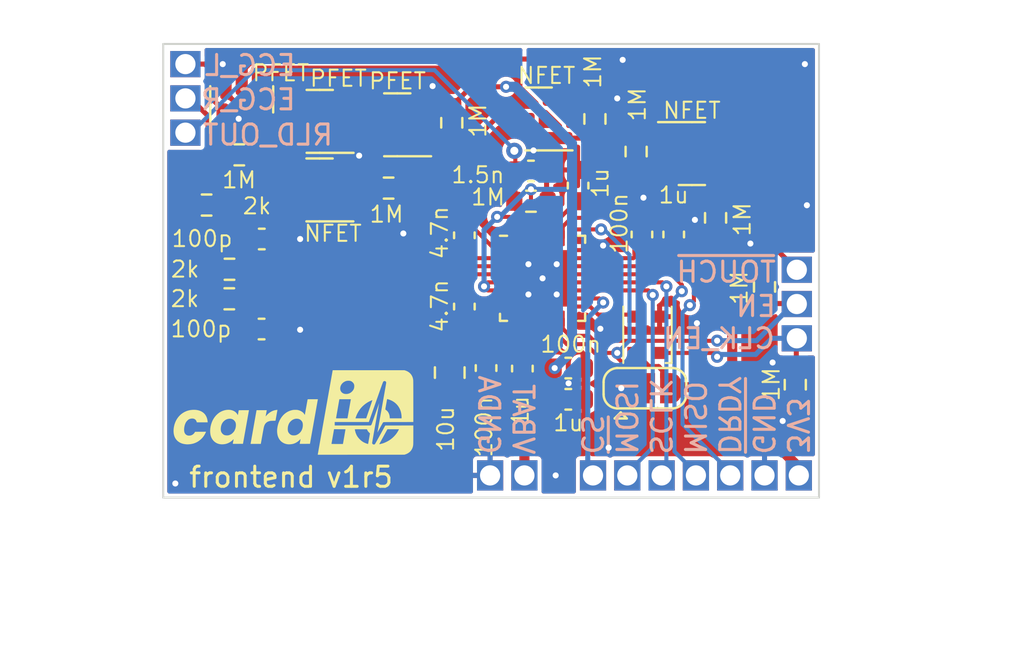
<source format=kicad_pcb>
(kicad_pcb (version 20221018) (generator pcbnew)
  (layers (0 "F.Cu" signal) (31 "B.Cu" signal) (34 "B.Paste" user) (35 "F.Paste" user) (36 "B.SilkS" user "B.Silkscreen") (37 "F.SilkS" user "F.Silkscreen") (38 "B.Mask" user) (39 "F.Mask" user) (44 "Edge.Cuts" user))
  (net 0 "")
  (net 1 "+BATT")
  (net 2 "GNDA")
  (net 3 "+3.3V")
  (net 4 "GND")
  (net 5 "Net-(U1-PGA2N)")
  (net 6 "Net-(U1-PGA2P)")
  (net 7 "Net-(U1-PGA1N)")
  (net 8 "Net-(U1-PGA1P)")
  (net 9 "Net-(U1-VCAP1)")
  (net 10 "Net-(U1-VCAP2)")
  (net 11 "Net-(U1-VREFP)")
  (net 12 "Net-(U1-IN1N)")
  (net 13 "Net-(U1-IN1P)")
  (net 14 "/VGND")
  (net 15 "Net-(U1-RLDINV)")
  (net 16 "Net-(Q5-G)")
  (net 17 "Net-(ECG_R1-Pad1)")
  (net 18 "Net-(JP1-C)")
  (net 19 "Net-(U1-DOUT)")
  (net 20 "Net-(U1-DIN)")
  (net 21 "/TOUCH_OFF")
  (net 22 "/TOFF")
  (net 23 "Net-(Q2-G)")
  (net 24 "Net-(Q2-D)")
  (net 25 "Net-(Q4-D)")
  (net 26 "Net-(Q5-D)")
  (net 27 "Net-(Q6-D)")
  (net 28 "Net-(U1-SCLK)")
  (net 29 "Net-(U1-~{PDN}{slash}~{RESET})")
  (net 30 "Net-(U1-CLK)")
  (net 31 "Net-(U1-~{CS})")
  (net 32 "Net-(U1-~{DRDY})")
  (net 33 "Net-(U2-INH)")
  (footprint "frontend_parts:PAD" (layer "F.Cu") (at 136.9 81.9 -90)
    (fp_text reference "MISO1" hide)
    (fp_text value "~")
    (pad "1" thru_hole rect (at 0 0 270) (size 1.5 1.3) (drill 1) (layers "*.Cu" "*.Mask") (net 19 "Net-(U1-DOUT)"))
  )
  (footprint "Resistor_SMD:R_0603_1608Metric" (layer "F.Cu") (at 113.775 73.14)
    (fp_text reference "R2" hide)
    (fp_text value "2k" (at -2.2 0) (layer "F.SilkS") (effects (font (size 0.8 0.8) (thickness 0.1))))
    (pad "1" smd roundrect (at -0.825 0) (size 0.8 0.95) (layers "F.Cu" "F.Paste" "F.Mask") (net 17 "Net-(ECG_R1-Pad1)"))
    (pad "2" smd roundrect (at 0.825 0) (size 0.8 0.95) (layers "F.Cu" "F.Paste" "F.Mask") (net 13 "Net-(U1-IN1P)"))
  )
  (footprint "frontend_parts:PAD" (layer "F.Cu") (at 140.3 81.9 90)
    (fp_text reference "DGND1" hide)
    (fp_text value "~")
    (pad "1" thru_hole rect (at 0 0 90) (size 1.5 1.3) (drill 1) (layers "*.Cu" "*.Mask") (net 4 "GND"))
  )
  (footprint "Resistor_SMD:R_0603_1608Metric" (layer "F.Cu") (at 133.9375 65.8375 90)
    (fp_text reference "R13" hide)
    (fp_text value "1M" (at 2.3375 0.0625 90) (layer "F.SilkS") (effects (font (size 0.8 0.8) (thickness 0.1))))
    (pad "1" smd roundrect (at -0.825 0 90) (size 0.8 0.95) (layers "F.Cu" "F.Paste" "F.Mask") (net 4 "GND"))
    (pad "2" smd roundrect (at 0.825 0 90) (size 0.8 0.95) (layers "F.Cu" "F.Paste" "F.Mask") (net 26 "Net-(Q5-D)"))
  )
  (footprint "Capacitor_SMD:C_0603_1608Metric" (layer "F.Cu") (at 135.8 69.95 90)
    (fp_text reference "C4" hide)
    (fp_text value "1u" (at 1.95 0 180) (layer "F.SilkS") (effects (font (size 0.8 0.8) (thickness 0.1))))
    (pad "1" smd roundrect (at -0.775 0 90) (size 0.9 0.95) (layers "F.Cu" "F.Paste" "F.Mask") (net 3 "+3.3V"))
    (pad "2" smd roundrect (at 0.775 0 90) (size 0.9 0.95) (layers "F.Cu" "F.Paste" "F.Mask") (net 4 "GND"))
  )
  (footprint "frontend_parts:PAD" (layer "F.Cu") (at 111.6 63.2)
    (fp_text reference "ECG_R1" hide)
    (fp_text value "~")
    (pad "1" thru_hole rect (at 0 0) (size 1.5 1.3) (drill 1) (layers "*.Cu" "*.Mask") (net 17 "Net-(ECG_R1-Pad1)"))
  )
  (footprint "Capacitor_SMD:C_0603_1608Metric" (layer "F.Cu") (at 131.06 67.525 90)
    (fp_text reference "C8" hide)
    (fp_text value "1u" (at 0.125 1.1 90) (layer "F.SilkS") (effects (font (size 0.8 0.8) (thickness 0.1))))
    (pad "1" smd roundrect (at -0.775 0 90) (size 0.9 0.95) (layers "F.Cu" "F.Paste" "F.Mask") (net 10 "Net-(U1-VCAP2)"))
    (pad "2" smd roundrect (at 0.775 0 90) (size 0.9 0.95) (layers "F.Cu" "F.Paste" "F.Mask") (net 2 "GNDA"))
  )
  (footprint "Capacitor_SMD:C_0603_1608Metric" (layer "F.Cu") (at 126.5 76.575 -90)
    (fp_text reference "C10" hide)
    (fp_text value "100n" (at 2.925 0.1 90) (layer "F.SilkS") (effects (font (size 0.8 0.8) (thickness 0.1))))
    (pad "1" smd roundrect (at -0.775 0 270) (size 0.9 0.95) (layers "F.Cu" "F.Paste" "F.Mask") (net 11 "Net-(U1-VREFP)"))
    (pad "2" smd roundrect (at 0.775 0 270) (size 0.9 0.95) (layers "F.Cu" "F.Paste" "F.Mask") (net 2 "GNDA"))
  )
  (footprint "Resistor_SMD:R_0603_1608Metric" (layer "F.Cu") (at 124.8 64.41 90)
    (fp_text reference "R10" hide)
    (fp_text value "1M" (at 0.1 1.3 90) (layer "F.SilkS") (effects (font (size 0.8 0.8) (thickness 0.1))))
    (pad "1" smd roundrect (at -0.825 0 90) (size 0.8 0.95) (layers "F.Cu" "F.Paste" "F.Mask") (net 22 "/TOFF"))
    (pad "2" smd roundrect (at 0.825 0 90) (size 0.8 0.95) (layers "F.Cu" "F.Paste" "F.Mask") (net 1 "+BATT"))
  )
  (footprint "frontend_parts:ADS1291-2" (layer "F.Cu") (at 129.3 72.125)
    (fp_text reference "U1" hide)
    (fp_text value "ADS1291/2")
    (pad "1" smd roundrect (at -2 -1.4) (size 0.8 0.2) (layers "F.Cu" "F.Paste" "F.Mask") (net 7 "Net-(U1-PGA1N)"))
    (pad "2" smd roundrect (at -2 -1) (size 0.8 0.2) (layers "F.Cu" "F.Paste" "F.Mask") (net 8 "Net-(U1-PGA1P)"))
    (pad "3" smd roundrect (at -2 -0.6) (size 0.8 0.2) (layers "F.Cu" "F.Paste" "F.Mask") (net 12 "Net-(U1-IN1N)"))
    (pad "4" smd roundrect (at -2 -0.2) (size 0.8 0.2) (layers "F.Cu" "F.Paste" "F.Mask") (net 13 "Net-(U1-IN1P)"))
    (pad "5" smd roundrect (at -2 0.2) (size 0.8 0.2) (layers "F.Cu" "F.Paste" "F.Mask") (net 1 "+BATT"))
    (pad "6" smd roundrect (at -2 0.6) (size 0.8 0.2) (layers "F.Cu" "F.Paste" "F.Mask") (net 1 "+BATT"))
    (pad "7" smd roundrect (at -2 1) (size 0.8 0.2) (layers "F.Cu" "F.Paste" "F.Mask") (net 5 "Net-(U1-PGA2N)"))
    (pad "8" smd roundrect (at -2 1.4) (size 0.8 0.2) (layers "F.Cu" "F.Paste" "F.Mask") (net 6 "Net-(U1-PGA2P)"))
    (pad "9" smd roundrect (at -1.4 2) (size 0.2 0.8) (layers "F.Cu" "F.Paste" "F.Mask") (net 11 "Net-(U1-VREFP)"))
    (pad "10" smd roundrect (at -1 2) (size 0.2 0.8) (layers "F.Cu" "F.Paste" "F.Mask") (net 2 "GNDA"))
    (pad "11" smd roundrect (at -0.6 2) (size 0.2 0.8) (layers "F.Cu" "F.Paste" "F.Mask") (net 9 "Net-(U1-VCAP1)"))
    (pad "12" smd roundrect (at -0.2 2) (size 0.2 0.8) (layers "F.Cu" "F.Paste" "F.Mask") (net 1 "+BATT"))
    (pad "13" smd roundrect (at 0.2 2) (size 0.2 0.8) (layers "F.Cu" "F.Paste" "F.Mask") (net 2 "GNDA"))
    (pad "14" smd roundrect (at 0.6 2) (size 0.2 0.8) (layers "F.Cu" "F.Paste" "F.Mask") (net 18 "Net-(JP1-C)"))
    (pad "15" smd roundrect (at 1 2) (size 0.2 0.8) (layers "F.Cu" "F.Paste" "F.Mask") (net 29 "Net-(U1-~{PDN}{slash}~{RESET})"))
    (pad "16" smd roundrect (at 1.4 2) (size 0.2 0.8) (layers "F.Cu" "F.Paste" "F.Mask") (net 4 "GND"))
    (pad "17" smd roundrect (at 2 1.4) (size 0.8 0.2) (layers "F.Cu" "F.Paste" "F.Mask") (net 30 "Net-(U1-CLK)"))
    (pad "18" smd roundrect (at 2 1) (size 0.8 0.2) (layers "F.Cu" "F.Paste" "F.Mask") (net 31 "Net-(U1-~{CS})"))
    (pad "19" smd roundrect (at 2 0.6) (size 0.8 0.2) (layers "F.Cu" "F.Paste" "F.Mask") (net 20 "Net-(U1-DIN)"))
    (pad "20" smd roundrect (at 2 0.2) (size 0.8 0.2) (layers "F.Cu" "F.Paste" "F.Mask") (net 28 "Net-(U1-SCLK)"))
    (pad "21" smd roundrect (at 2 -0.2) (size 0.8 0.2) (layers "F.Cu" "F.Paste" "F.Mask") (net 19 "Net-(U1-DOUT)"))
    (pad "22" smd roundrect (at 2 -0.6) (size 0.8 0.2) (layers "F.Cu" "F.Paste" "F.Mask") (net 32 "Net-(U1-~{DRDY})"))
    (pad "23" smd roundrect (at 2 -1) (size 0.8 0.2) (layers "F.Cu" "F.Paste" "F.Mask") (net 3 "+3.3V"))
    (pad "24" smd roundrect (at 2 -1.4) (size 0.8 0.2) (layers "F.Cu" "F.Paste" "F.Mask") (net 4 "GND"))
    (pad "25" smd roundrect (at 1.4 -2) (size 0.2 0.8) (layers "F.Cu" "F.Paste" "F.Mask") (net 18 "Net-(JP1-C)"))
    (pad "26" smd roundrect (at 1 -2) (size 0.2 0.8) (layers "F.Cu" "F.Paste" "F.Mask") (net 21 "/TOUCH_OFF"))
    (pad "27" smd roundrect (at 0.6 -2) (size 0.2 0.8) (layers "F.Cu" "F.Paste" "F.Mask") (net 10 "Net-(U1-VCAP2)"))
    (pad "28" smd roundrect (at 0.2 -2) (size 0.2 0.8) (layers "F.Cu" "F.Paste" "F.Mask") (net 15 "Net-(U1-RLDINV)"))
    (pad "29" smd roundrect (at -0.2 -2) (size 0.2 0.8) (layers "F.Cu" "F.Paste" "F.Mask") (net 1 "+BATT"))
    (pad "30" smd roundrect (at -0.6 -2) (size 0.2 0.8) (layers "F.Cu" "F.Paste" "F.Mask") (net 14 "/VGND"))
    (pad "31" smd roundrect (at -1 -2) (size 0.2 0.8) (layers "F.Cu" "F.Paste" "F.Mask") (net 1 "+BATT"))
    (pad "32" smd roundrect (at -1.4 -2) (size 0.2 0.8) (layers "F.Cu" "F.Paste" "F.Mask") (net 1 "+BATT"))
    (pad "33" smd rect (at 0 0) (size 2.8 2.8) (layers "F.Cu" "F.Mask") (net 2 "GNDA"))
  )
  (footprint "Resistor_SMD:R_0603_1608Metric" (layer "F.Cu") (at 121.67 67.65 180)
    (fp_text reference "R9" hide)
    (fp_text value "1M" (at 0.1 -1.3) (layer "F.SilkS") (effects (font (size 0.8 0.8) (thickness 0.1))))
    (pad "1" smd roundrect (at -0.825 0 180) (size 0.8 0.95) (layers "F.Cu" "F.Paste" "F.Mask") (net 2 "GNDA"))
    (pad "2" smd roundrect (at 0.825 0 180) (size 0.8 0.95) (layers "F.Cu" "F.Paste" "F.Mask") (net 23 "Net-(Q2-G)"))
  )
  (footprint "Capacitor_SMD:C_0603_1608Metric" (layer "F.Cu") (at 115.385 70.175)
    (fp_text reference "C11" hide)
    (fp_text value "100p" (at -2.955 -0.015 180) (layer "F.SilkS") (effects (font (size 0.8 0.8) (thickness 0.1))))
    (pad "1" smd roundrect (at -0.775 0) (size 0.9 0.95) (layers "F.Cu" "F.Paste" "F.Mask") (net 12 "Net-(U1-IN1N)"))
    (pad "2" smd roundrect (at 0.775 0) (size 0.9 0.95) (layers "F.Cu" "F.Paste" "F.Mask") (net 2 "GNDA"))
  )
  (footprint "frontend_parts:PAD" (layer "F.Cu") (at 141.9 71.7)
    (fp_text reference "~{TOUCH_DET}1" hide)
    (fp_text value "~")
    (pad "1" thru_hole rect (at 0 0) (size 1.5 1.3) (drill 1) (layers "*.Cu" "*.Mask") (net 27 "Net-(Q6-D)"))
  )
  (footprint "Capacitor_SMD:C_0603_1608Metric" (layer "F.Cu") (at 134.225 69.95 90)
    (fp_text reference "C3" hide)
    (fp_text value "100n" (at 0.55 -1.125 90) (layer "F.SilkS") (effects (font (size 0.8 0.8) (thickness 0.1))))
    (pad "1" smd roundrect (at -0.775 0 90) (size 0.9 0.95) (layers "F.Cu" "F.Paste" "F.Mask") (net 3 "+3.3V"))
    (pad "2" smd roundrect (at 0.775 0 90) (size 0.9 0.95) (layers "F.Cu" "F.Paste" "F.Mask") (net 4 "GND"))
  )
  (footprint "Capacitor_SMD:C_0603_1608Metric" (layer "F.Cu") (at 128.725 66.8)
    (fp_text reference "C16" hide)
    (fp_text value "1.5n" (at -2.625 0.2) (layer "F.SilkS") (effects (font (size 0.8 0.8) (thickness 0.1))))
    (pad "1" smd roundrect (at -0.775 0) (size 0.9 0.95) (layers "F.Cu" "F.Paste" "F.Mask") (net 14 "/VGND"))
    (pad "2" smd roundrect (at 0.775 0) (size 0.9 0.95) (layers "F.Cu" "F.Paste" "F.Mask") (net 15 "Net-(U1-RLDINV)"))
  )
  (footprint "Resistor_SMD:R_0603_1608Metric" (layer "F.Cu") (at 141.825 77.4 90)
    (fp_text reference "R4" hide)
    (fp_text value "1M" (at 0.02 -1.185 270) (layer "F.SilkS") (effects (font (size 0.8 0.8) (thickness 0.1))))
    (pad "1" smd roundrect (at -0.825 0 90) (size 0.8 0.95) (layers "F.Cu" "F.Paste" "F.Mask") (net 4 "GND"))
    (pad "2" smd roundrect (at 0.825 0 90) (size 0.8 0.95) (layers "F.Cu" "F.Paste" "F.Mask") (net 33 "Net-(U2-INH)"))
  )
  (footprint "Package_TO_SOT_SMD:SOT-23" (layer "F.Cu") (at 118.2475 67.74 180)
    (fp_text reference "Q4" hide)
    (fp_text value "T2N7002AK,LM")
    (fp_text user "NFET" (at -0.6625 -2.16 unlocked) (layer "F.SilkS") (effects (font (size 0.8 0.8) (thickness 0.1))))
    (pad "1" smd roundrect (at -0.9375 -0.95 180) (size 1.475 0.6) (layers "F.Cu" "F.Paste" "F.Mask") (net 22 "/TOFF"))
    (pad "2" smd roundrect (at -0.9375 0.95 180) (size 1.475 0.6) (layers "F.Cu" "F.Paste" "F.Mask") (net 2 "GNDA"))
    (pad "3" smd roundrect (at 0.9375 0 180) (size 1.475 0.6) (layers "F.Cu" "F.Paste" "F.Mask") (net 25 "Net-(Q4-D)"))
  )
  (footprint "Package_TO_SOT_SMD:SOT-23" (layer "F.Cu") (at 129.1075 64.22 180)
    (fp_text reference "Q1" hide)
    (fp_text value "T2N7002AK,LM")
    (fp_text user "NFET" (at -0.3875 2.15 unlocked) (layer "F.SilkS") (effects (font (size 0.8 0.8) (thickness 0.1))))
    (pad "1" smd roundrect (at -0.9375 -0.95 180) (size 1.475 0.6) (layers "F.Cu" "F.Paste" "F.Mask") (net 21 "/TOUCH_OFF"))
    (pad "2" smd roundrect (at -0.9375 0.95 180) (size 1.475 0.6) (layers "F.Cu" "F.Paste" "F.Mask") (net 4 "GND"))
    (pad "3" smd roundrect (at 0.9375 0 180) (size 1.475 0.6) (layers "F.Cu" "F.Paste" "F.Mask") (net 22 "/TOFF"))
  )
  (footprint "Package_TO_SOT_SMD:SOT-23" (layer "F.Cu") (at 136.7 65.9375)
    (fp_text reference "Q6" hide)
    (fp_text value "T2N7002AK,LM")
    (fp_text user "NFET" (at 0 -2.1375 unlocked) (layer "F.SilkS") (effects (font (size 0.8 0.8) (thickness 0.1))))
    (pad "1" smd roundrect (at -0.9375 -0.95) (size 1.475 0.6) (layers "F.Cu" "F.Paste" "F.Mask") (net 26 "Net-(Q5-D)"))
    (pad "2" smd roundrect (at -0.9375 0.95) (size 1.475 0.6) (layers "F.Cu" "F.Paste" "F.Mask") (net 4 "GND"))
    (pad "3" smd roundrect (at 0.9375 0) (size 1.475 0.6) (layers "F.Cu" "F.Paste" "F.Mask") (net 27 "Net-(Q6-D)"))
  )
  (footprint "Capacitor_SMD:C_0603_1608Metric" (layer "F.Cu") (at 115.375 74.64)
    (fp_text reference "C12" hide)
    (fp_text value "100p" (at -3 0 180) (layer "F.SilkS") (effects (font (size 0.8 0.8) (thickness 0.1))))
    (pad "1" smd roundrect (at -0.775 0) (size 0.9 0.95) (layers "F.Cu" "F.Paste" "F.Mask") (net 13 "Net-(U1-IN1P)"))
    (pad "2" smd roundrect (at 0.775 0) (size 0.9 0.95) (layers "F.Cu" "F.Paste" "F.Mask") (net 2 "GNDA"))
  )
  (footprint "frontend_parts:PAD" (layer "F.Cu") (at 141.9 75.1)
    (fp_text reference "CLK_EN1" hide)
    (fp_text value "~" hide)
    (pad "1" thru_hole rect (at 0 0) (size 1.5 1.3) (drill 1) (layers "*.Cu" "*.Mask") (net 33 "Net-(U2-INH)"))
  )
  (footprint "Capacitor_SMD:C_0603_1608Metric" (layer "F.Cu") (at 130.575 78.125)
    (fp_text reference "C2" hide)
    (fp_text value "1u" (at 0 1.175) (layer "F.SilkS") (effects (font (size 0.8 0.8) (thickness 0.1))))
    (pad "1" smd roundrect (at -0.775 0) (size 0.9 0.95) (layers "F.Cu" "F.Paste" "F.Mask") (net 1 "+BATT"))
    (pad "2" smd roundrect (at 0.775 0) (size 0.9 0.95) (layers "F.Cu" "F.Paste" "F.Mask") (net 2 "GNDA"))
  )
  (footprint "frontend_parts:PAD" (layer "F.Cu") (at 133.5 81.9 -90)
    (fp_text reference "MOSI1" hide)
    (fp_text value "~")
    (pad "1" thru_hole rect (at 0 0 270) (size 1.5 1.3) (drill 1) (layers "*.Cu" "*.Mask") (net 20 "Net-(U1-DIN)"))
  )
  (footprint "Jumper:SolderJumper-3_P1.3mm_Bridged12_RoundedPad1.0x1.5mm" (layer "F.Cu") (at 134.375 77.575)
    (fp_text reference "JP1" hide)
    (fp_text value "SolderJumper_3_Bridged12")
    (fp_poly (pts (xy -0.9 -0.3) (xy -0.4 -0.3) (xy -0.4 0.3) (xy -0.9 0.3)) (fill solid) (layer "F.Cu"))
    (pad "1" smd custom (at -1.3 0) (size 1 0.5) (layers "F.Cu" "F.Mask") (net 4 "GND") (options (clearance outline) (anchor rect)) (primitives (gr_circle (center 0 0.25) (end 0.5 0.25) (width 0) (fill yes)) (gr_circle (center 0 -0.25) (end 0.5 -0.25) (width 0) (fill yes)) (gr_poly (pts (xy 0.55 0.75) (xy 0 0.75) (xy 0 -0.75) (xy 0.55 -0.75)) (width 0) (fill yes))))
    (pad "2" smd rect (at 0 0) (size 1 1.5) (layers "F.Cu" "F.Mask") (net 18 "Net-(JP1-C)"))
    (pad "3" smd custom (at 1.3 0) (size 1 0.5) (layers "F.Cu" "F.Mask") (net 3 "+3.3V") (options (clearance outline) (anchor rect)) (primitives (gr_circle (center 0 0.25) (end 0.5 0.25) (width 0) (fill yes)) (gr_circle (center 0 -0.25) (end 0.5 -0.25) (width 0) (fill yes)) (gr_poly (pts (xy 0 0.75) (xy -0.55 0.75) (xy -0.55 -0.75) (xy 0 -0.75)) (width 0) (fill yes))))
  )
  (footprint "frontend_parts:PAD" (layer "F.Cu") (at 126.7 81.9 90)
    (fp_text reference "AVSS1" hide)
    (fp_text value "~")
    (pad "1" thru_hole rect (at 0 0 90) (size 1.5 1.3) (drill 1) (layers "*.Cu" "*.Mask") (net 2 "GNDA"))
  )
  (footprint "Package_TO_SOT_SMD:SOT-23" (layer "F.Cu") (at 118.2575 64.34 180)
    (fp_text reference "Q2" hide)
    (fp_text value "NX3008PBK,215")
    (fp_text user "PFET" (at -0.9225 2.13 unlocked) (layer "F.SilkS") (effects (font (size 0.8 0.8) (thickness 0.1))))
    (pad "1" smd roundrect (at -0.9375 -0.95 180) (size 1.475 0.6) (layers "F.Cu" "F.Paste" "F.Mask") (net 23 "Net-(Q2-G)"))
    (pad "2" smd roundrect (at -0.9375 0.95 180) (size 1.475 0.6) (layers "F.Cu" "F.Paste" "F.Mask") (net 1 "+BATT"))
    (pad "3" smd roundrect (at 0.9375 0 180) (size 1.475 0.6) (layers "F.Cu" "F.Paste" "F.Mask") (net 24 "Net-(Q2-D)"))
  )
  (footprint "Resistor_SMD:R_0603_1608Metric" (layer "F.Cu") (at 113.785 71.675)
    (fp_text reference "R1" hide)
    (fp_text value "2k" (at -2.2 0) (layer "F.SilkS") (effects (font (size 0.8 0.8) (thickness 0.1))))
    (pad "1" smd roundrect (at -0.825 0) (size 0.8 0.95) (layers "F.Cu" "F.Paste" "F.Mask") (net 16 "Net-(Q5-G)"))
    (pad "2" smd roundrect (at 0.825 0) (size 0.8 0.95) (layers "F.Cu" "F.Paste" "F.Mask") (net 12 "Net-(U1-IN1N)"))
  )
  (footprint "Resistor_SMD:R_0603_1608Metric" (layer "F.Cu") (at 128.725 68.3 180)
    (fp_text reference "R8" hide)
    (fp_text value "1M" (at 2.125 0.2) (layer "F.SilkS") (effects (font (size 0.8 0.8) (thickness 0.1))))
    (pad "1" smd roundrect (at -0.825 0 180) (size 0.8 0.95) (layers "F.Cu" "F.Paste" "F.Mask") (net 15 "Net-(U1-RLDINV)"))
    (pad "2" smd roundrect (at 0.825 0 180) (size 0.8 0.95) (layers "F.Cu" "F.Paste" "F.Mask") (net 14 "/VGND"))
  )
  (footprint "Resistor_SMD:R_0603_1608Metric" (layer "F.Cu") (at 112.65 68.49 180)
    (fp_text reference "R12" hide)
    (fp_text value "2k" (at -2.495 -0.05) (layer "F.SilkS") (effects (font (size 0.8 0.8) (thickness 0.1))))
    (pad "1" smd roundrect (at -0.825 0 180) (size 0.8 0.95) (layers "F.Cu" "F.Paste" "F.Mask") (net 25 "Net-(Q4-D)"))
    (pad "2" smd roundrect (at 0.825 0 180) (size 0.8 0.95) (layers "F.Cu" "F.Paste" "F.Mask") (net 17 "Net-(ECG_R1-Pad1)"))
  )
  (footprint "Capacitor_SMD:C_0603_1608Metric" (layer "F.Cu") (at 125.425 73.525 -90)
    (fp_text reference "C5" hide)
    (fp_text value "4.7n" (at -0.025 1.225 90) (layer "F.SilkS") (effects (font (size 0.8 0.8) (thickness 0.1))))
    (pad "1" smd roundrect (at -0.775 0 270) (size 0.9 0.95) (layers "F.Cu" "F.Paste" "F.Mask") (net 5 "Net-(U1-PGA2N)"))
    (pad "2" smd roundrect (at 0.775 0 270) (size 0.9 0.95) (layers "F.Cu" "F.Paste" "F.Mask") (net 6 "Net-(U1-PGA2P)"))
  )
  (footprint "frontend_parts:logo" (layer "F.Cu") (at 118.18 79.52)
    (fp_text reference "G1" hide)
    (fp_text value "~")
  )
  (footprint "Capacitor_SMD:C_0603_1608Metric" (layer "F.Cu") (at 130.575 76.575)
    (fp_text reference "C1" hide)
    (fp_text value "100n" (at 0.125 -1.175) (layer "F.SilkS") (effects (font (size 0.8 0.8) (thickness 0.1))))
    (pad "1" smd roundrect (at -0.775 0) (size 0.9 0.95) (layers "F.Cu" "F.Paste" "F.Mask") (net 1 "+BATT"))
    (pad "2" smd roundrect (at 0.775 0) (size 0.9 0.95) (layers "F.Cu" "F.Paste" "F.Mask") (net 2 "GNDA"))
  )
  (footprint "frontend_parts:PAD" (layer "F.Cu") (at 135.2 81.9 -90)
    (fp_text reference "SCLK1" hide)
    (fp_text value "~")
    (pad "1" thru_hole rect (at 0 0 270) (size 1.5 1.3) (drill 1) (layers "*.Cu" "*.Mask") (net 28 "Net-(U1-SCLK)"))
  )
  (footprint "Capacitor_SMD:C_0603_1608Metric" (layer "F.Cu") (at 125.425 69.99 -90)
    (fp_text reference "C6" hide)
    (fp_text value "4.7n" (at -0.125 1.225 90) (layer "F.SilkS") (effects (font (size 0.8 0.8) (thickness 0.1))))
    (pad "1" smd roundrect (at -0.775 0 270) (size 0.9 0.95) (layers "F.Cu" "F.Paste" "F.Mask") (net 7 "Net-(U1-PGA1N)"))
    (pad "2" smd roundrect (at 0.775 0 270) (size 0.9 0.95) (layers "F.Cu" "F.Paste" "F.Mask") (net 8 "Net-(U1-PGA1P)"))
  )
  (footprint "frontend_parts:PAD" (layer "F.Cu") (at 111.6 64.9)
    (fp_text reference "RLD_OUT1" hide)
    (fp_text value "~" hide)
    (pad "1" thru_hole rect (at 0 0) (size 1.5 1.3) (drill 1) (layers "*.Cu" "*.Mask") (net 14 "/VGND"))
  )
  (footprint "frontend_parts:PAD" (layer "F.Cu") (at 138.6 81.9 -90)
    (fp_text reference locked "~{DRDY}1" hide)
    (fp_text value "~")
    (pad "1" thru_hole rect (at 0 0 270) (size 1.5 1.3) (drill 1) (layers "*.Cu" "*.Mask") (net 32 "Net-(U1-~{DRDY})"))
  )
  (footprint "Resistor_SMD:R_0603_1608Metric" (layer "F.Cu") (at 137.875 69.125 -90)
    (fp_text reference "R14" hide)
    (fp_text value "1M" (at 0.075 -1.325 90) (layer "F.SilkS") (effects (font (size 0.8 0.8) (thickness 0.1))))
    (pad "1" smd roundrect (at -0.825 0 270) (size 0.8 0.95) (layers "F.Cu" "F.Paste" "F.Mask") (net 27 "Net-(Q6-D)"))
    (pad "2" smd roundrect (at 0.825 0 270) (size 0.8 0.95) (layers "F.Cu" "F.Paste" "F.Mask") (net 3 "+3.3V"))
  )
  (footprint "Resistor_SMD:R_0603_1608Metric" (layer "F.Cu") (at 140.3 72.55 -90)
    (fp_text reference "R16" hide)
    (fp_text value "1M" (at 0.05 1.25 90) (layer "F.SilkS") (effects (font (size 0.8 0.8) (thickness 0.1))))
    (pad "1" smd roundrect (at -0.825 0 270) (size 0.8 0.95) (layers "F.Cu" "F.Paste" "F.Mask") (net 4 "GND"))
    (pad "2" smd roundrect (at 0.825 0 270) (size 0.8 0.95) (layers "F.Cu" "F.Paste" "F.Mask") (net 29 "Net-(U1-~{PDN}{slash}~{RESET})"))
  )
  (footprint "frontend_parts:PAD" (layer "F.Cu") (at 128.4 81.9 90)
    (fp_text reference "AVDD1" hide)
    (fp_text value "~")
    (pad "1" thru_hole rect (at 0 0 90) (size 1.5 1.3) (drill 1) (layers "*.Cu" "*.Mask") (net 1 "+BATT"))
  )
  (footprint "frontend_parts:KC2016Z" (layer "F.Cu") (at 133.9 75.825 90)
    (fp_text reference "U2" hide)
    (fp_text value "KC2016Z2")
    (pad "1" smd rect (at 0 1.2 90) (size 0.6 0.8) (layers "F.Cu" "F.Paste" "F.Mask") (net 33 "Net-(U2-INH)"))
    (pad "2" smd rect (at 1.8 1.2 90) (size 0.6 0.8) (layers "F.Cu" "F.Paste" "F.Mask") (net 4 "GND"))
    (pad "3" smd rect (at 1.8 0 90) (size 0.6 0.8) (layers "F.Cu" "F.Paste" "F.Mask") (net 30 "Net-(U1-CLK)"))
    (pad "4" smd rect (at 0 0 90) (size 0.6 0.8) (layers "F.Cu" "F.Paste" "F.Mask") (net 3 "+3.3V"))
  )
  (footprint "Resistor_SMD:R_0603_1608Metric" (layer "F.Cu") (at 114.27 66)
    (fp_text reference "R3" hide)
    (fp_text value "1M" (at -0.01 1.25) (layer "F.SilkS") (effects (font (size 0.8 0.8) (thickness 0.1))))
    (pad "1" smd roundrect (at -0.825 0) (size 0.8 0.95) (layers "F.Cu" "F.Paste" "F.Mask") (net 16 "Net-(Q5-G)"))
    (pad "2" smd roundrect (at 0.825 0) (size 0.8 0.95) (layers "F.Cu" "F.Paste" "F.Mask") (net 24 "Net-(Q2-D)"))
  )
  (footprint "frontend_parts:PAD" (layer "F.Cu") (at 131.8 81.9 -90)
    (fp_text reference "~{CS}1" hide)
    (fp_text value "~")
    (pad "1" thru_hole rect (at 0 0 270) (size 1.5 1.3) (drill 1) (layers "*.Cu" "*.Mask") (net 31 "Net-(U1-~{CS})"))
  )
  (footprint "Resistor_SMD:R_0603_1608Metric" (layer "F.Cu") (at 131.895 64.22 -90)
    (fp_text reference "R11" hide)
    (fp_text value "1M" (at -2.35 0.1 90) (layer "F.SilkS") (effects (font (size 0.8 0.8) (thickness 0.1))))
    (pad "1" smd roundrect (at -0.825 0 270) (size 0.8 0.95) (layers "F.Cu" "F.Paste" "F.Mask") (net 4 "GND"))
    (pad "2" smd roundrect (at 0.825 0 270) (size 0.8 0.95) (layers "F.Cu" "F.Paste" "F.Mask") (net 21 "/TOUCH_OFF"))
  )
  (footprint "frontend_parts:PAD" (layer "F.Cu") (at 141.9 73.4)
    (fp_text reference "~{RESET}/~{PDN}1" hide)
    (fp_text value "~")
    (pad "1" thru_hole rect (at 0 0) (size 1.5 1.3) (drill 1) (layers "*.Cu" "*.Mask") (net 29 "Net-(U1-~{PDN}{slash}~{RESET})"))
  )
  (footprint "Capacitor_SMD:C_0603_1608Metric" (layer "F.Cu") (at 128.3 76.6 -90)
    (fp_text reference "C7" hide)
    (fp_text value "1u" (at 2.1 0.1 90) (layer "F.SilkS") (effects (font (size 0.8 0.8) (thickness 0.1))))
    (pad "1" smd roundrect (at -0.775 0 270) (size 0.9 0.95) (layers "F.Cu" "F.Paste" "F.Mask") (net 9 "Net-(U1-VCAP1)"))
    (pad "2" smd roundrect (at 0.775 0 270) (size 0.9 0.95) (layers "F.Cu" "F.Paste" "F.Mask") (net 2 "GNDA"))
  )
  (footprint "frontend_parts:PAD" (layer "F.Cu") (at 142 81.9 90)
    (fp_text reference "DVDD1" hide)
    (fp_text value "~")
    (pad "1" thru_hole rect (at 0 0 90) (size 1.5 1.3) (drill 1) (layers "*.Cu" "*.Mask") (net 3 "+3.3V"))
  )
  (footprint "Capacitor_SMD:C_0805_2012Metric" (layer "F.Cu") (at 124.7 76.8 -90)
    (fp_text reference "C9" hide)
    (fp_text value "10u" (at 2.8 0.2 90) (layer "F.SilkS") (effects (font (size 0.8 0.8) (thickness 0.1))))
    (pad "1" smd roundrect (at -0.95 0 270) (size 1 1.45) (layers "F.Cu" "F.Paste" "F.Mask") (net 11 "Net-(U1-VREFP)"))
    (pad "2" smd roundrect (at 0.95 0 270) (size 1 1.45) (layers "F.Cu" "F.Paste" "F.Mask") (net 2 "GNDA"))
  )
  (footprint "Package_TO_SOT_SMD:SOT-23" (layer "F.Cu") (at 114.39 63.2475 90)
    (fp_text reference "Q5" hide)
    (fp_text value "NX3008PBK,215")
    (fp_text user "PFET" (at 1.3075 1.94 unlocked) (layer "F.SilkS") (effects (font (size 0.8 0.8) (thickness 0.1))))
    (pad "1" smd roundrect (at -0.9375 -0.95 90) (size 1.475 0.6) (layers "F.Cu" "F.Paste" "F.Mask") (net 16 "Net-(Q5-G)"))
    (pad "2" smd roundrect (at -0.9375 0.95 90) (size 1.475 0.6) (layers "F.Cu" "F.Paste" "F.Mask") (net 1 "+BATT"))
    (pad "3" smd roundrect (at 0.9375 0 90) (size 1.475 0.6) (layers "F.Cu" "F.Paste" "F.Mask") (net 26 "Net-(Q5-D)"))
  )
  (footprint "Package_TO_SOT_SMD:SOT-23" (layer "F.Cu") (at 122.1 64.51 180)
    (fp_text reference "Q3" hide)
    (fp_text value "NX3008PBK,215")
    (fp_text user "PFET" (at -0.01 2.17 unlocked) (layer "F.SilkS") (effects (font (size 0.8 0.8) (thickness 0.1))))
    (pad "1" smd roundrect (at -0.9375 -0.95 180) (size 1.475 0.6) (layers "F.Cu" "F.Paste" "F.Mask") (net 22 "/TOFF"))
    (pad "2" smd roundrect (at -0.9375 0.95 180) (size 1.475 0.6) (layers "F.Cu" "F.Paste" "F.Mask") (net 1 "+BATT"))
    (pad "3" smd roundrect (at 0.9375 0 180) (size 1.475 0.6) (layers "F.Cu" "F.Paste" "F.Mask") (net 23 "Net-(Q2-G)"))
  )
  (footprint "frontend_parts:PAD" (layer "B.Cu") (at 111.6 61.5 180)
    (fp_text reference "ECG_L1" hide)
    (fp_text value "~")
    (pad "1" thru_hole rect (at 0 0 180) (size 1.5 1.3) (drill 1) (layers "*.Cu" "*.Mask") (net 16 "Net-(Q5-G)"))
  )
  (gr_line (start 110.5 83) (end 143 83) (stroke (width 0.1)) (layer "Edge.Cuts"))
  (gr_line (start 143 83) (end 143 60.5) (stroke (width 0.1)) (layer "Edge.Cuts"))
  (gr_line (start 110.5 60.5) (end 110.5 83) (stroke (width 0.1)) (layer "Edge.Cuts"))
  (gr_line (start 143 60.5) (end 110.5 60.5) (stroke (width 0.1)) (layer "Edge.Cuts"))
  (gr_text "RLD_OUT" (at 119 65.6) (layer "B.SilkS") (effects (font (size 1 1)) (justify left bottom mirror)))
  (gr_text "SCLK" (at 134.55 80.95 270) (layer "B.SilkS") (effects (font (size 1 1)) (justify left bottom mirror)))
  (gr_text "3V3" (at 141.35 80.9 -90) (layer "B.SilkS") (effects (font (size 1 1)) (justify left bottom mirror)))
  (gr_text "~{CS}" (at 131.15 80.95 270) (layer "B.SilkS") (effects (font (size 1 1)) (justify left bottom mirror)))
  (gr_text "MOSI" (at 132.85 80.95 270) (layer "B.SilkS") (effects (font (size 1 1)) (justify left bottom mirror)))
  (gr_text "GNDA" (at 126.05 80.95 270) (layer "B.SilkS") (effects (font (size 1 1)) (justify left bottom mirror)))
  (gr_text "ECG_L" (at 117.15 62.15) (layer "B.SilkS") (effects (font (size 1 1)) (justify left bottom mirror)))
  (gr_text "MISO" (at 136.25 80.95 270) (layer "B.SilkS") (effects (font (size 1 1)) (justify left bottom mirror)))
  (gr_text "GND" (at 139.65 80.95 270) (layer "B.SilkS") (effects (font (size 1 1)) (justify left bottom mirror)))
  (gr_text "VBAT" (at 127.75 80.95 270) (layer "B.SilkS") (effects (font (size 1 1)) (justify left bottom mirror)))
  (gr_text "EN" (at 140.95 74.1) (layer "B.SilkS") (effects (font (size 1 1)) (justify left bottom mirror)))
  (gr_text "~{TOUCH}" (at 140.95 72.4) (layer "B.SilkS") (effects (font (size 1 1)) (justify left bottom mirror)))
  (gr_text "ECG_R" (at 117.15 63.85) (layer "B.SilkS") (effects (font (size 1 1)) (justify left bottom mirror)))
  (gr_text "~{DRDY}" (at 137.95 80.95 270) (layer "B.SilkS") (effects (font (size 1 1)) (justify left bottom mirror)))
  (gr_text "CLK_EN" (at 140.9 75.7) (layer "B.SilkS") (effects (font (size 1 1)) (justify left bottom mirror)))
  (gr_text "frontend" (at 111.7 82.57) (layer "F.SilkS") (effects (font (size 1 1)) (justify left bottom)))
  (gr_text "v1r5" (at 118.49 82.57) (layer "F.SilkS") (effects (font (size 1 1)) (justify left bottom)))
  (segment (start 126.6 72.325) (end 126.4 72.525) (width 0.2) (layer "F.Cu") (net 1))
  (segment (start 127.3 72.325) (end 126.6 72.325) (width 0.2) (layer "F.Cu") (net 1))
  (segment (start 125.76 62.625) (end 124.8 63.585) (width 0.25) (layer "F.Cu") (net 1))
  (segment (start 126.4 72.525) (end 126.6 72.725) (width 0.2) (layer "F.Cu") (net 1))
  (segment (start 119.075 63.27) (end 115.89 63.27) (width 0.25) (layer "F.Cu") (net 1))
  (segment (start 129.1 69.125) (end 129.1 70.125) (width 0.2) (layer "F.Cu") (net 1))
  (segment (start 129.1 74.125) (end 129.1 75.75) (width 0.2) (layer "F.Cu") (net 1))
  (segment (start 129.8 76.575) (end 129.8 78.125) (width 0.5) (layer "F.Cu") (net 1))
  (segment (start 122.55 63.56) (end 122.38 63.39) (width 0.25) (layer "F.Cu") (net 1))
  (segment (start 126.6 72.725) (end 127.3 72.725) (width 0.2) (layer "F.Cu") (net 1))
  (segment (start 127.65 69.075) (end 127.9 69.325) (width 0.2) (layer "F.Cu") (net 1))
  (segment (start 127.9 70.125) (end 127.9 69.325) (width 0.2) (layer "F.Cu") (net 1))
  (segment (start 123.0375 63.56) (end 124.775 63.56) (width 0.25) (layer "F.Cu") (net 1))
  (segment (start 126.5 72.525) (end 126.4 72.525) (width 0.2) (layer "F.Cu") (net 1))
  (segment (start 127.05 69.075) (end 127.65 69.075) (width 0.2) (layer "F.Cu") (net 1))
  (segment (start 127.49 62.625) (end 125.76 62.625) (width 0.25) (layer "F.Cu") (net 1))
  (segment (start 128.4 79.525) (end 128.4 81.6) (width 0.5) (layer "F.Cu") (net 1))
  (segment (start 115.89 63.27) (end 115.34 63.82) (width 0.25) (layer "F.Cu") (net 1))
  (segment (start 128.725 68.75) (end 129.1 69.125) (width 0.2) (layer "F.Cu") (net 1))
  (segment (start 128.3 69.615686) (end 128.009314 69.325) (width 0.2) (layer "F.Cu") (net 1))
  (segment (start 121.69 63.39) (end 119.195 63.39) (width 0.25) (layer "F.Cu") (net 1))
  (segment (start 128.725 67.710873) (end 128.725 68.75) (width 0.2) (layer "F.Cu") (net 1))
  (segment (start 129.8 78.125) (end 128.4 79.525) (width 0.5) (layer "F.Cu") (net 1))
  (segment (start 126.4 72.625) (end 126.5 72.525) (width 0.2) (layer "F.Cu") (net 1))
  (segment (start 122.38 63.39) (end 121.69 63.39) (width 0.25) (layer "F.Cu") (net 1))
  (segment (start 128.009314 69.325) (end 127.9 69.325) (width 0.2) (layer "F.Cu") (net 1))
  (segment (start 128.3 70.125) (end 128.3 69.615686) (width 0.2) (layer "F.Cu") (net 1))
  (segment (start 126.4 72.525) (end 126.4 72.625) (width 0.2) (layer "F.Cu") (net 1))
  (segment (start 129.1 75.75) (end 129.9 76.55) (width 0.2) (layer "F.Cu") (net 1))
  (via (at 129.9 76.575) (size 0.6) (drill 0.3) (layers "F.Cu" "B.Cu") (net 1))
  (via (at 128.725 67.710873) (size 0.6) (drill 0.3) (layers "F.Cu" "B.Cu") (net 1))
  (via (at 127.05 69.075) (size 0.6) (drill 0.3) (layers "F.Cu" "B.Cu") (net 1))
  (via (at 126.4 72.525) (size 0.6) (drill 0.3) (layers "F.Cu" "B.Cu") (net 1))
  (via (at 127.49 62.625) (size 0.6) (drill 0.3) (layers "F.Cu" "B.Cu") (net 1))
  (segment (start 130.760873 65.440873) (end 130.760873 67.72) (width 0.5) (layer "B.Cu") (net 1))
  (segment (start 130.760873 67.72) (end 130.760873 67.989127) (width 0.5) (layer "B.Cu") (net 1))
  (segment (start 128.725 67.710873) (end 128.549127 67.710873) (width 0.25) (layer "B.Cu") (net 1))
  (segment (start 129.9 76.575) (end 130.760873 75.714127) (width 0.5) (layer "B.Cu") (net 1))
  (segment (start 127.945 62.625) (end 130.760873 65.440873) (width 0.5) (layer "B.Cu") (net 1))
  (segment (start 130.760873 75.714127) (end 130.760873 68.010873) (width 0.5) (layer "B.Cu") (net 1))
  (segment (start 128.549127 67.710873) (end 127.185 69.075) (width 0.25) (layer "B.Cu") (net 1))
  (segment (start 127.49 62.625) (end 127.945 62.625) (width 0.5) (layer "B.Cu") (net 1))
  (segment (start 127.185 69.075) (end 127.05 69.075) (width 0.25) (layer "B.Cu") (net 1))
  (segment (start 128.725 67.710873) (end 130.751746 67.710873) (width 0.25) (layer "B.Cu") (net 1))
  (segment (start 130.751746 67.710873) (end 130.760873 67.72) (width 0.25) (layer "B.Cu") (net 1))
  (segment (start 126.4 69.725) (end 126.4 72.525) (width 0.25) (layer "B.Cu") (net 1))
  (segment (start 127.05 69.075) (end 126.4 69.725) (width 0.25) (layer "B.Cu") (net 1))
  (segment (start 128.3 74.125) (end 128.3 73.125) (width 0.2) (layer "F.Cu") (net 2))
  (segment (start 129.5 75.1) (end 130.19 75.79) (width 0.2) (layer "F.Cu") (net 2))
  (segment (start 129.5 74.125) (end 129.5 72.325) (width 0.2) (layer "F.Cu") (net 2))
  (segment (start 130.19 75.79) (end 131.28 75.79) (width 0.2) (layer "F.Cu") (net 2))
  (segment (start 129.5 74.125) (end 129.5 75.1) (width 0.2) (layer "F.Cu") (net 2))
  (segment (start 131.28 75.79) (end 131.28 76.505) (width 0.2) (layer "F.Cu") (net 2))
  (via (at 117.285 70.175) (size 0.6) (drill 0.3) (layers "F.Cu" "B.Cu") (net 2))
  (via (at 122.4 69.9) (size 0.6) (drill 0.3) (layers "F.Cu" "B.Cu") (net 2))
  (via (at 111.1 82.3) (size 0.6) (drill 0.3) (layers "F.Cu" "B.Cu") (net 2))
  (via (at 114.2395 64.21) (size 0.6) (drill 0.3) (layers "F.Cu" "B.Cu") (net 2))
  (via (at 130 71.425) (size 0.6) (drill 0.3) (layers "F.Cu" "B.Cu") (net 2))
  (via (at 130.59 77.33) (size 0.6) (drill 0.3) (layers "F.Cu" "B.Cu") (net 2))
  (via (at 129.3 72.125) (size 0.6) (drill 0.3) (layers "F.Cu" "B.Cu") (net 2))
  (via (at 123.85 62.59) (size 0.6) (drill 0.3) (layers "F.Cu" "B.Cu") (net 2))
  (via (at 130 72.925) (size 0.6) (drill 0.3) (layers "F.Cu" "B.Cu") (net 2))
  (via (at 129.95 81.9) (size 0.6) (drill 0.3) (layers "F.Cu" "B.Cu") (net 2))
  (via (at 113.45 61.5) (size 0.6) (drill 0.3) (layers "F.Cu" "B.Cu") (net 2))
  (via (at 128.85 65.78) (size 0.6) (drill 0.3) (layers "F.Cu" "B.Cu") (net 2))
  (via (at 128.6 71.425) (size 0.6) (drill 0.3) (layers "F.Cu" "B.Cu") (net 2))
  (via (at 128.6 72.925) (size 0.6) (drill 0.3) (layers "F.Cu" "B.Cu") (net 2))
  (via (at 120.21 66.04) (size 0.6) (drill 0.3) (layers "F.Cu" "B.Cu") (net 2))
  (via (at 117.285 74.675) (size 0.6) (drill 0.3) (layers "F.Cu" "B.Cu") (net 2))
  (segment (start 131.3 71.125) (end 133.8 71.125) (width 0.2) (layer "F.Cu") (net 3))
  (segment (start 133.9 75.825) (end 134.575 76.5) (width 0.25) (layer "F.Cu") (net 3))
  (segment (start 136.525608 71.349392) (end 136.525608 71.299392) (width 0.25) (layer "F.Cu") (net 3))
  (segment (start 135.8 70.725) (end 136.424392 71.349392) (width 0.25) (layer "F.Cu") (net 3))
  (segment (start 135.25 76.7) (end 135.25 77.025) (width 0.25) (layer "F.Cu") (net 3))
  (segment (start 138.05 77.525) (end 138.05 77.55) (width 0.5) (layer "F.Cu") (net 3))
  (segment (start 136.525608 71.299392) (end 137.875 69.95) (width 0.25) (layer "F.Cu") (net 3))
  (segment (start 136.424392 71.349392) (end 136.525608 71.349392) (width 0.25) (layer "F.Cu") (net 3))
  (segment (start 138.7 76.875) (end 138.05 77.525) (width 0.5) (layer "F.Cu") (net 3))
  (segment (start 134.575 76.5) (end 135.05 76.5) (width 0.25) (layer "F.Cu") (net 3))
  (segment (start 135.901215 70.725) (end 138.7 73.523785) (width 0.5) (layer "F.Cu") (net 3))
  (segment (start 138.7 73.523785) (end 138.7 76.875) (width 0.5) (layer "F.Cu") (net 3))
  (segment (start 134.35 70.725) (end 135.625 70.725) (width 0.5) (layer "F.Cu") (net 3))
  (segment (start 135.05 76.5) (end 135.25 76.7) (width 0.25) (layer "F.Cu") (net 3))
  (segment (start 135.725 77.525) (end 138.05 77.525) (width 0.5) (layer "F.Cu") (net 3))
  (segment (start 133.8 71.125) (end 134.2 70.725) (width 0.2) (layer "F.Cu") (net 3))
  (segment (start 138.05 77.55) (end 142 81.5) (width 0.5) (layer "F.Cu") (net 3))
  (segment (start 132.1645 74.6255) (end 131.664 74.125) (width 0.2) (layer "F.Cu") (net 4))
  (segment (start 131.664 74.125) (end 130.7 74.125) (width 0.2) (layer "F.Cu") (net 4))
  (via (at 136.95 74.35) (size 0.6) (drill 0.3) (layers "F.Cu" "B.Cu") (net 4))
  (via (at 134.3 68.125) (size 0.6) (drill 0.3) (layers "F.Cu" "B.Cu") (net 4))
  (via (at 140.7 76.3) (size 0.6) (drill 0.3) (layers "F.Cu" "B.Cu") (net 4))
  (via (at 136.85 69.225) (size 0.6) (drill 0.3) (layers "F.Cu" "B.Cu") (net 4))
  (via (at 133.27 61.29) (size 0.6) (drill 0.3) (layers "F.Cu" "B.Cu") (net 4))
  (via (at 133.2 77.575) (size 0.6) (drill 0.3) (layers "F.Cu" "B.Cu") (net 4))
  (via (at 132.1645 74.6255) (size 0.6) (drill 0.3) (layers "F.Cu" "B.Cu") (net 4))
  (via (at 133 63.2) (size 0.6) (drill 0.3) (layers "F.Cu" "B.Cu") (net 4))
  (via (at 132.575 80.525) (size 0.6) (drill 0.3) (layers "F.Cu" "B.Cu") (net 4))
  (via (at 132.3 70.5) (size 0.6) (drill 0.3) (layers "F.Cu" "B.Cu") (net 4))
  (via (at 142.3 61.5) (size 0.6) (drill 0.3) (layers "F.Cu" "B.Cu") (net 4))
  (via (at 142.4 68.5) (size 0.6) (drill 0.3) (layers "F.Cu" "B.Cu") (net 4))
  (via (at 141.2 79.2) (size 0.6) (drill 0.3) (layers "F.Cu" "B.Cu") (net 4))
  (via (at 139.6 70.4) (size 0.6) (drill 0.3) (layers "F.Cu" "B.Cu") (net 4))
  (segment (start 125.775 73.125) (end 125.4 72.75) (width 0.2) (layer "F.Cu") (net 5))
  (segment (start 127.3 73.125) (end 125.775 73.125) (width 0.2) (layer "F.Cu") (net 5))
  (segment (start 127.3 73.525) (end 126.175 73.525) (width 0.2) (layer "F.Cu") (net 6))
  (segment (start 126.175 73.525) (end 125.4 74.3) (width 0.2) (layer "F.Cu") (net 6))
  (segment (start 127.3 70.725) (end 126.975 70.725) (width 0.2) (layer "F.Cu") (net 7))
  (segment (start 126.975 70.725) (end 125.4 69.15) (width 0.2) (layer "F.Cu") (net 7))
  (segment (start 125.825 71.125) (end 127.3 71.125) (width 0.2) (layer "F.Cu") (net 8))
  (segment (start 125.4 70.7) (end 125.825 71.125) (width 0.2) (layer "F.Cu") (net 8))
  (segment (start 128.7 75.55) (end 128.4 75.85) (width 0.2) (layer "F.Cu") (net 9))
  (segment (start 128.7 74.125) (end 128.7 75.55) (width 0.2) (layer "F.Cu") (net 9))
  (segment (start 129.9 70.125) (end 129.9 69.393628) (width 0.2) (layer "F.Cu") (net 10))
  (segment (start 129.9 69.393628) (end 130.993628 68.3) (width 0.2) (layer "F.Cu") (net 10))
  (segment (start 127.9 74.325) (end 126.45 75.775) (width 0.2) (layer "F.Cu") (net 11))
  (segment (start 126.5 75.8) (end 124.825 75.8) (width 0.2) (layer "F.Cu") (net 11))
  (segment (start 114.61 70.175) (end 114.61 71.675) (width 0.25) (layer "F.Cu") (net 12))
  (segment (start 114.76 71.525) (end 127.3 71.525) (width 0.2) (layer "F.Cu") (net 12))
  (segment (start 114.6 74.54) (end 114.6 73.04) (width 0.2) (layer "F.Cu") (net 13))
  (segment (start 115.815 71.925) (end 127.3 71.925) (width 0.2) (layer "F.Cu") (net 13))
  (segment (start 114.6 73.14) (end 115.815 71.925) (width 0.2) (layer "F.Cu") (net 13))
  (segment (start 127.9 65.8) (end 127.95 65.85) (width 0.2) (layer "F.Cu") (net 14))
  (segment (start 127.95 65.85) (end 127.95 66.8) (width 0.2) (layer "F.Cu") (net 14))
  (segment (start 128.7 69.450707) (end 128.7 70.125) (width 0.2) (layer "F.Cu") (net 14))
  (segment (start 127.95 66.8) (end 127.95 68.25) (width 0.2) (layer "F.Cu") (net 14))
  (segment (start 127.95 66.8) (end 127.95 68.475) (width 0.2) (layer "F.Cu") (net 14))
  (segment (start 127.9 68.650707) (end 128.7 69.450707) (width 0.2) (layer "F.Cu") (net 14))
  (via (at 127.9 65.8) (size 0.8) (drill 0.4) (layers "F.Cu" "B.Cu") (net 14))
  (segment (start 111.9 64.9) (end 111.6 64.9) (width 0.2) (layer "B.Cu") (net 14))
  (segment (start 127.9 65.751471) (end 123.948529 61.8) (width 0.2) (layer "B.Cu") (net 14))
  (segment (start 123.948529 61.8) (end 115 61.8) (width 0.2) (layer "B.Cu") (net 14))
  (segment (start 127.9 65.8) (end 127.9 65.751471) (width 0.2) (layer "B.Cu") (net 14))
  (segment (start 115 61.8) (end 111.9 64.9) (width 0.2) (layer "B.Cu") (net 14))
  (segment (start 129.5 68.6) (end 129.5 70.125) (width 0.2) (layer "F.Cu") (net 15))
  (segment (start 129.5 66.8) (end 129.5 68.25) (width 0.25) (layer "F.Cu") (net 15))
  (segment (start 113.44 64.185) (end 113.44 63.74) (width 0.25) (layer "F.Cu") (net 16))
  (segment (start 112.73 66.715) (end 113.445 66) (width 0.25) (layer "F.Cu") (net 16))
  (segment (start 112.73 71.32) (end 112.73 66.715) (width 0.25) (layer "F.Cu") (net 16))
  (segment (start 112.566116 61.5) (end 111.6 61.5) (width 0.25) (layer "F.Cu") (net 16))
  (segment (start 113 61.933884) (end 112.566116 61.5) (width 0.25) (layer "F.Cu") (net 16))
  (segment (start 113.44 63.74) (end 113 63.3) (width 0.25) (layer "F.Cu") (net 16))
  (segment (start 113 63.3) (end 113 61.933884) (width 0.25) (layer "F.Cu") (net 16))
  (segment (start 112.96 71.55) (end 112.73 71.32) (width 0.25) (layer "F.Cu") (net 16))
  (segment (start 113.445 66) (end 113.445 64.19) (width 0.25) (layer "F.Cu") (net 16))
  (segment (start 111.6 63.2) (end 111.85 63.2) (width 0.25) (layer "F.Cu") (net 17))
  (segment (start 111.85 63.2) (end 112.72 64.07) (width 0.25) (layer "F.Cu") (net 17))
  (segment (start 112.72 66.088604) (end 111.825 66.983604) (width 0.25) (layer "F.Cu") (net 17))
  (segment (start 112.885 73.075) (end 111.825 72.015) (width 0.25) (layer "F.Cu") (net 17))
  (segment (start 111.825 72.015) (end 111.825 68.49) (width 0.25) (layer "F.Cu") (net 17))
  (segment (start 111.825 66.983604) (end 111.825 68.49) (width 0.25) (layer "F.Cu") (net 17))
  (segment (start 112.72 64.07) (end 112.72 66.088604) (width 0.25) (layer "F.Cu") (net 17))
  (segment (start 133.000498 76.050498) (end 133.000498 75.8245) (width 0.2) (layer "F.Cu") (net 18))
  (segment (start 131.445685 75.39) (end 130.504339 75.39) (width 0.2) (layer "F.Cu") (net 18))
  (segment (start 130.7 69.725) (end 130.7 70.125) (width 0.2) (layer "F.Cu") (net 18))
  (segment (start 130.504339 75.39) (end 129.9 74.785661) (width 0.2) (layer "F.Cu") (net 18))
  (segment (start 131.880185 75.8245) (end 131.445685 75.39) (width 0.2) (layer "F.Cu") (net 18))
  (segment (start 133.975 77.05) (end 133.975 76.750736) (width 0.2) (layer "F.Cu") (net 18))
  (segment (start 133.000498 75.8245) (end 131.880185 75.8245) (width 0.2) (layer "F.Cu") (net 18))
  (segment (start 132.2 69.7) (end 130.725 69.7) (width 0.2) (layer "F.Cu") (net 18))
  (segment (start 133.649264 76.425) (end 133.375 76.425) (width 0.2) (layer "F.Cu") (net 18))
  (segment (start 133.375 76.425) (end 133.000498 76.050498) (width 0.2) (layer "F.Cu") (net 18))
  (segment (start 133.975 76.750736) (end 133.649264 76.425) (width 0.2) (layer "F.Cu") (net 18))
  (segment (start 130.725 69.7) (end 130.7 69.725) (width 0.2) (layer "F.Cu") (net 18))
  (segment (start 129.9 74.785661) (end 129.9 74.125) (width 0.2) (layer "F.Cu") (net 18))
  (via (at 132.2 69.7) (size 0.6) (drill 0.3) (layers "F.Cu" "B.Cu") (net 18))
  (via (at 133.000498 75.8245) (size 0.6) (drill 0.3) (layers "F.Cu" "B.Cu") (net 18))
  (segment (start 132.348529 69.7) (end 132.2 69.7) (width 0.2) (layer "B.Cu") (net 18))
  (segment (start 133.61 75.214998) (end 133.61 70.961471) (width 0.2) (layer "B.Cu") (net 18))
  (segment (start 133.000498 75.8245) (end 133.61 75.214998) (width 0.2) (layer "B.Cu") (net 18))
  (segment (start 133.61 70.961471) (end 132.348529 69.7) (width 0.2) (layer "B.Cu") (net 18))
  (segment (start 136.036869 72.275971) (end 135.685898 71.925) (width 0.2) (layer "F.Cu") (net 19))
  (segment (start 135.685898 71.925) (end 131.3 71.925) (width 0.2) (layer "F.Cu") (net 19))
  (segment (start 136.036869 72.276869) (end 136.036869 72.275971) (width 0.2) (layer "F.Cu") (net 19))
  (segment (start 136.199902 72.439902) (end 136.036869 72.276869) (width 0.2) (layer "F.Cu") (net 19))
  (segment (start 136.199902 72.76321) (end 136.199902 72.439902) (width 0.2) (layer "F.Cu") (net 19))
  (via (at 136.199902 72.76321) (size 0.6) (drill 0.3) (layers "F.Cu" "B.Cu") (net 19))
  (segment (start 136.199902 72.76321) (end 135.836869 73.126243) (width 0.2) (layer "B.Cu") (net 19))
  (segment (start 135.836869 80.711869) (end 136.8 81.675) (width 0.2) (layer "B.Cu") (net 19))
  (segment (start 135.836869 73.126243) (end 135.836869 80.711869) (width 0.2) (layer "B.Cu") (net 19))
  (segment (start 134.76 72.95) (end 134.535 72.725) (width 0.2) (layer "F.Cu") (net 20))
  (segment (start 134.535 72.725) (end 131.3 72.725) (width 0.2) (layer "F.Cu") (net 20))
  (via (at 134.76 72.95) (size 0.6) (drill 0.3) (layers "F.Cu" "B.Cu") (net 20))
  (segment (start 134.76 72.95) (end 134.76 80.515) (width 0.2) (layer "B.Cu") (net 20))
  (segment (start 134.76 80.515) (end 133.5 81.775) (width 0.2) (layer "B.Cu") (net 20))
  (segment (start 130.045 65.17) (end 131.77 65.17) (width 0.25) (layer "F.Cu") (net 21))
  (segment (start 130.734314 69.125) (end 130.3 69.559314) (width 0.2) (layer "F.Cu") (net 21))
  (segment (start 131.5 69.125) (end 130.734314 69.125) (width 0.2) (layer "F.Cu") (net 21))
  (segment (start 131.9 65.05) (end 131.9 68.725) (width 0.2) (layer "F.Cu") (net 21))
  (segment (start 130.3 69.559314) (end 130.3 70.125) (width 0.2) (layer "F.Cu") (net 21))
  (segment (start 131.9 68.725) (end 131.5 69.125) (width 0.2) (layer "F.Cu") (net 21))
  (segment (start 131.895 65.045) (end 131.9 65.05) (width 0.2) (layer "F.Cu") (net 21))
  (segment (start 121.61 68.17) (end 121.61 66.45) (width 0.25) (layer "F.Cu") (net 22))
  (segment (start 124.8 65.235) (end 125.94 65.235) (width 0.25) (layer "F.Cu") (net 22))
  (segment (start 123.1275 65.37) (end 124.485 65.37) (width 0.25) (layer "F.Cu") (net 22))
  (segment (start 121.09 68.69) (end 121.61 68.17) (width 0.25) (layer "F.Cu") (net 22))
  (segment (start 121.61 66.45) (end 122.6 65.46) (width 0.25) (layer "F.Cu") (net 22))
  (segment (start 119.185 68.69) (end 121.09 68.69) (width 0.25) (layer "F.Cu") (net 22))
  (segment (start 126.955 64.22) (end 128.17 64.22) (width 0.25) (layer "F.Cu") (net 22))
  (segment (start 125.94 65.235) (end 126.955 64.22) (width 0.25) (layer "F.Cu") (net 22))
  (segment (start 119.1 65.25) (end 120.845 65.25) (width 0.25) (layer "F.Cu") (net 23))
  (segment (start 120.845 65.25) (end 120.845 67.65) (width 0.25) (layer "F.Cu") (net 23))
  (segment (start 120.845 64.8275) (end 121.1625 64.51) (width 0.25) (layer "F.Cu") (net 23))
  (segment (start 120.845 65.25) (end 120.845 64.51) (width 0.25) (layer "F.Cu") (net 23))
  (segment (start 120.845 65.25) (end 120.845 64.8275) (width 0.25) (layer "F.Cu") (net 23))
  (segment (start 115.105 65.92) (end 116.1 65.92) (width 0.25) (layer "F.Cu") (net 24))
  (segment (start 116.1 65.92) (end 117.01 65.01) (width 0.25) (layer "F.Cu") (net 24))
  (segment (start 117.01 65.01) (end 117.01 64.65) (width 0.25) (layer "F.Cu") (net 24))
  (segment (start 117.01 64.65) (end 117.32 64.34) (width 0.25) (layer "F.Cu") (net 24))
  (segment (start 117.31 67.74) (end 114.225 67.74) (width 0.25) (layer "F.Cu") (net 25))
  (segment (start 114.225 67.74) (end 113.475 68.49) (width 0.25) (layer "F.Cu") (net 25))
  (segment (start 114.39 61.87) (end 115.01 61.25) (width 0.25) (layer "F.Cu") (net 26))
  (segment (start 133.9375 63.1775) (end 133.9375 65.0125) (width 0.25) (layer "F.Cu") (net 26))
  (segment (start 132.01 61.25) (end 133.9375 63.1775) (width 0.25) (layer "F.Cu") (net 26))
  (segment (start 115.01 61.25) (end 132.01 61.25) (width 0.25) (layer "F.Cu") (net 26))
  (segment (start 135.7625 64.9875) (end 133.9625 64.9875) (width 0.25) (layer "F.Cu") (net 26))
  (segment (start 137.875 66.175) (end 137.6375 65.9375) (width 0.25) (layer "F.Cu") (net 27))
  (segment (start 137.875 68.3) (end 138.5 68.3) (width 0.25) (layer "F.Cu") (net 27))
  (segment (start 138.5 68.3) (end 141.9 71.7) (width 0.25) (layer "F.Cu") (net 27))
  (segment (start 137.875 68.3) (end 137.875 66.175) (width 0.25) (layer "F.Cu") (net 27))
  (segment (start 135.436869 72.5245) (end 135.237369 72.325) (width 0.2) (layer "F.Cu") (net 28))
  (segment (start 135.237369 72.325) (end 131.3 72.325) (width 0.2) (layer "F.Cu") (net 28))
  (via (at 135.436869 72.5245) (size 0.6) (drill 0.3) (layers "F.Cu" "B.Cu") (net 28))
  (segment (start 135.436869 72.5245) (end 135.436869 81.563131) (width 0.2) (layer "B.Cu") (net 28))
  (segment (start 137.9505 75.216556) (end 137.942056 75.225) (width 0.2) (layer "F.Cu") (net 29))
  (segment (start 131.596371 74.975) (end 130.655025 74.975) (width 0.2) (layer "F.Cu") (net 29))
  (segment (start 130.655025 74.975) (end 130.3 74.619975) (width 0.2) (layer "F.Cu") (net 29))
  (segment (start 131.846371 75.225) (end 131.596371 74.975) (width 0.2) (layer "F.Cu") (net 29))
  (segment (start 130.3 74.619975) (end 130.3 74.125) (width 0.2) (layer "F.Cu") (net 29))
  (segment (start 137.942056 75.225) (end 131.846371 75.225) (width 0.2) (layer "F.Cu") (net 29))
  (segment (start 140.05 73.375) (end 141.875 73.375) (width 0.25) (layer "F.Cu") (net 29))
  (via (at 137.9505 75.216556) (size 0.6) (drill 0.3) (layers "F.Cu" "B.Cu") (net 29))
  (segment (start 139.908444 75.216556) (end 141.725 73.4) (width 0.25) (layer "B.Cu") (net 29))
  (segment (start 137.9505 75.216556) (end 139.908444 75.216556) (width 0.25) (layer "B.Cu") (net 29))
  (segment (start 133.8 73.925) (end 132.055 73.925) (width 0.2) (layer "F.Cu") (net 30))
  (segment (start 132.055 73.925) (end 131.655 73.525) (width 0.2) (layer "F.Cu") (net 30))
  (segment (start 131.655 73.525) (end 131.3 73.525) (width 0.2) (layer "F.Cu") (net 30))
  (segment (start 132.302322 73.3245) (end 132.102822 73.125) (width 0.2) (layer "F.Cu") (net 31))
  (segment (start 132.102822 73.125) (end 131.3 73.125) (width 0.2) (layer "F.Cu") (net 31))
  (via (at 132.302322 73.3245) (size 0.6) (drill 0.3) (layers "F.Cu" "B.Cu") (net 31))
  (segment (start 131.54 74.086822) (end 131.54 81.74) (width 0.25) (layer "B.Cu") (net 31))
  (segment (start 132.302322 73.3245) (end 131.54 74.086822) (width 0.25) (layer "B.Cu") (net 31))
  (segment (start 136.8 73.255188) (end 136.8 72.401603) (width 0.2) (layer "F.Cu") (net 32))
  (segment (start 136.8 72.401603) (end 135.923397 71.525) (width 0.2) (layer "F.Cu") (net 32))
  (segment (start 135.923397 71.525) (end 131.3 71.525) (width 0.2) (layer "F.Cu") (net 32))
  (segment (start 136.5995 73.455688) (end 136.8 73.255188) (width 0.2) (layer "F.Cu") (net 32))
  (via (at 136.5995 73.455688) (size 0.6) (drill 0.3) (layers "F.Cu" "B.Cu") (net 32))
  (segment (start 136.236869 73.818319) (end 136.236869 79.361869) (width 0.2) (layer "B.Cu") (net 32))
  (segment (start 136.5995 73.455688) (end 136.236869 73.818319) (width 0.2) (layer "B.Cu") (net 32))
  (segment (start 136.236869 79.361869) (end 138.5 81.625) (width 0.2) (layer "B.Cu") (net 32))
  (segment (start 137.9505 76.016059) (end 137.759441 75.825) (width 0.2) (layer "F.Cu") (net 33))
  (segment (start 137.759441 75.825) (end 135.1 75.825) (width 0.2) (layer "F.Cu") (net 33))
  (segment (start 141.875 75.1) (end 141.875 76.525) (width 0.25) (layer "F.Cu") (net 33))
  (via (at 137.9505 76.016059) (size 0.6) (drill 0.3) (layers "F.Cu" "B.Cu") (net 33))
  (segment (start 138.066559 75.9) (end 139.861396 75.9) (width 0.25) (layer "B.Cu") (net 33))
  (segment (start 137.9505 76.016059) (end 138.066559 75.9) (width 0.25) (layer "B.Cu") (net 33))
  (segment (start 140.661396 75.1) (end 141.9 75.1) (width 0.25) (layer "B.Cu") (net 33))
  (segment (start 139.861396 75.9) (end 140.661396 75.1) (width 0.25) (layer "B.Cu") (net 33))
  (zone (net 2) (net_name "GNDA") (layers "F&B.Cu") (priority 1) (connect_pads (clearance 0.2)) (min_thickness 0.2) (fill yes (thermal_gap 0.2) (thermal_bridge_width 0.25))
    (polygon (pts (xy 110.5 60.5) (xy 110.5 83) (xy 131.45 83) (xy 131.45 75.6) (xy 131.16 75.6) (xy 131.16 65.4) (xy 128.3 62.6) (xy 128.3 60.5)))
  )
  (zone (net 4) (net_name "GND") (layers "F&B.Cu") (connect_pads (clearance 0.2)) (min_thickness 0.2) (fill yes (thermal_gap 0.2) (thermal_bridge_width 0.25))
    (polygon (pts (xy 128.3 60.5) (xy 128.3 83) (xy 143 83) (xy 143 60.5)))
  )
)
</source>
